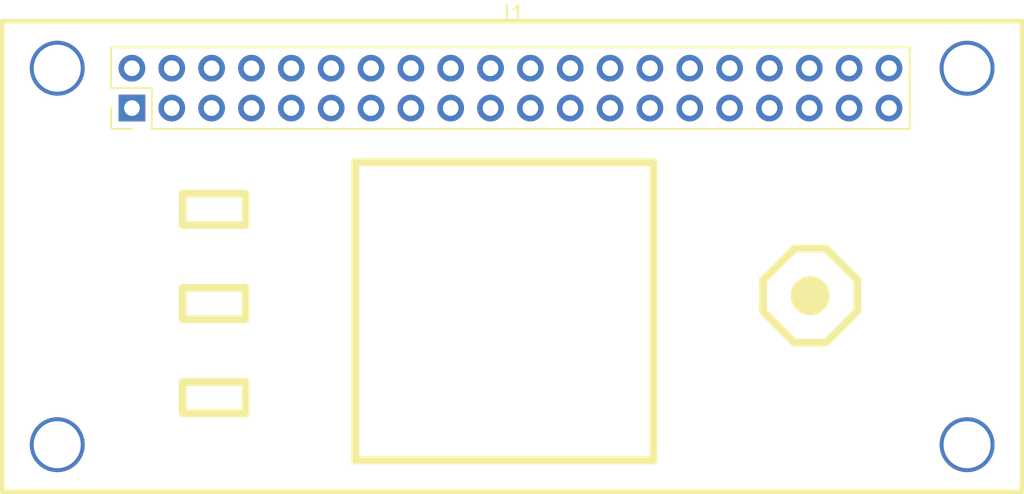
<source format=kicad_pcb>
(kicad_pcb (version 20221018) (generator pcbnew)
  (layers (0 "F.Cu" signal) (31 "B.Cu" signal) (34 "B.Paste" user) (35 "F.Paste" user) (36 "B.SilkS" user "B.Silkscreen") (37 "F.SilkS" user "F.Silkscreen") (38 "B.Mask" user) (39 "F.Mask" user) (44 "Edge.Cuts" user))
  (net 0 "")
  (footprint "seedsigner:WAVESHARE_LCD_BUTTON" (layer "F.Cu") (at 48 29.4)
    (fp_text reference "J1" (at 0 -15.5 unlocked) (layer "F.SilkS"))
    (fp_text value "RPi_Header_Modified")
    (fp_line (start -32.5 -15) (end -32.5 15) (stroke (width 0.3)) (layer "F.SilkS"))
    (fp_line (start -32.5 15) (end 32.5 15) (stroke (width 0.3)) (layer "F.SilkS"))
    (fp_line (start -25.57 -13.33) (end 25.35 -13.33) (stroke (width 0.12)) (layer "F.SilkS"))
    (fp_line (start -25.57 -10.73) (end -25.57 -13.33) (stroke (width 0.12)) (layer "F.SilkS"))
    (fp_line (start -25.57 -8.13) (end -25.57 -9.46) (stroke (width 0.12)) (layer "F.SilkS"))
    (fp_line (start -24.24 -8.13) (end -25.57 -8.13) (stroke (width 0.12)) (layer "F.SilkS"))
    (fp_line (start -22.97 -10.73) (end -25.57 -10.73) (stroke (width 0.12)) (layer "F.SilkS"))
    (fp_line (start -22.97 -8.13) (end -22.97 -10.73) (stroke (width 0.12)) (layer "F.SilkS"))
    (fp_line (start -22.97 -8.13) (end 25.35 -8.13) (stroke (width 0.12)) (layer "F.SilkS"))
    (fp_line (start -21 -4) (end -21 -2) (stroke (width 0.5)) (layer "F.SilkS"))
    (fp_line (start -21 -2) (end -17 -2) (stroke (width 0.5)) (layer "F.SilkS"))
    (fp_line (start -21 2) (end -21 4) (stroke (width 0.5)) (layer "F.SilkS"))
    (fp_line (start -21 4) (end -17 4) (stroke (width 0.5)) (layer "F.SilkS"))
    (fp_line (start -21 8) (end -21 10) (stroke (width 0.5)) (layer "F.SilkS"))
    (fp_line (start -21 10) (end -17 10) (stroke (width 0.5)) (layer "F.SilkS"))
    (fp_line (start -17 -4) (end -21 -4) (stroke (width 0.5)) (layer "F.SilkS"))
    (fp_line (start -17 -2) (end -17 -4) (stroke (width 0.5)) (layer "F.SilkS"))
    (fp_line (start -17 2) (end -21 2) (stroke (width 0.5)) (layer "F.SilkS"))
    (fp_line (start -17 4) (end -17 2) (stroke (width 0.5)) (layer "F.SilkS"))
    (fp_line (start -17 8) (end -21 8) (stroke (width 0.5)) (layer "F.SilkS"))
    (fp_line (start -17 10) (end -17 8) (stroke (width 0.5)) (layer "F.SilkS"))
    (fp_line (start -10 -6) (end -10 13) (stroke (width 0.5)) (layer "F.SilkS"))
    (fp_line (start -10 13) (end 9 13) (stroke (width 0.5)) (layer "F.SilkS"))
    (fp_line (start 9 -6) (end -10 -6) (stroke (width 0.5)) (layer "F.SilkS"))
    (fp_line (start 9 13) (end 9 -6) (stroke (width 0.5)) (layer "F.SilkS"))
    (fp_line (start 16 1.5) (end 16 3.5) (stroke (width 0.5)) (layer "F.SilkS"))
    (fp_line (start 16 3.5) (end 18 5.5) (stroke (width 0.5)) (layer "F.SilkS"))
    (fp_line (start 18 -0.5) (end 16 1.5) (stroke (width 0.5)) (layer "F.SilkS"))
    (fp_line (start 18 5.5) (end 20 5.5) (stroke (width 0.5)) (layer "F.SilkS"))
    (fp_line (start 20 -0.5) (end 18 -0.5) (stroke (width 0.5)) (layer "F.SilkS"))
    (fp_line (start 20 5.5) (end 22 3.5) (stroke (width 0.5)) (layer "F.SilkS"))
    (fp_line (start 22 1.5) (end 20 -0.5) (stroke (width 0.5)) (layer "F.SilkS"))
    (fp_line (start 22 3.5) (end 22 1.5) (stroke (width 0.5)) (layer "F.SilkS"))
    (fp_line (start 25.35 -8.13) (end 25.35 -13.33) (stroke (width 0.12)) (layer "F.SilkS"))
    (fp_line (start 32.5 -15) (end -32.5 -15) (stroke (width 0.3)) (layer "F.SilkS"))
    (fp_line (start 32.5 15) (end 32.5 -15) (stroke (width 0.3)) (layer "F.SilkS"))
    (fp_circle (center 19 2.5) (end 20 2.5) (stroke (width 0.5)) (fill solid) (layer "F.SilkS"))
    (pad "" np_thru_hole circle (at -29 -12) (size 3.5 3.5) (drill 3) (layers "F&B.Cu" "*.Mask"))
    (pad "" np_thru_hole circle (at -29 12) (size 3.5 3.5) (drill 3) (layers "F&B.Cu" "*.Mask"))
    (pad "" np_thru_hole circle (at 29 -12) (size 3.5 3.5) (drill 3) (layers "F&B.Cu" "*.Mask"))
    (pad "" np_thru_hole circle (at 29 12) (size 3.5 3.5) (drill 3) (layers "F&B.Cu" "*.Mask"))
    (pad "1" thru_hole rect (at -24.24 -9.46 90) (size 1.7 1.7) (drill 1) (layers "*.Cu" "*.Mask"))
    (pad "2" thru_hole oval (at -24.24 -12 90) (size 1.7 1.7) (drill 1) (layers "*.Cu" "*.Mask"))
    (pad "3" thru_hole oval (at -21.7 -9.46 90) (size 1.7 1.7) (drill 1) (layers "*.Cu" "*.Mask"))
    (pad "4" thru_hole oval (at -21.7 -12 90) (size 1.7 1.7) (drill 1) (layers "*.Cu" "*.Mask"))
    (pad "5" thru_hole oval (at -19.16 -9.46 90) (size 1.7 1.7) (drill 1) (layers "*.Cu" "*.Mask"))
    (pad "6" thru_hole oval (at -19.16 -12 90) (size 1.7 1.7) (drill 1) (layers "*.Cu" "*.Mask"))
    (pad "7" thru_hole oval (at -16.62 -9.46 90) (size 1.7 1.7) (drill 1) (layers "*.Cu" "*.Mask"))
    (pad "8" thru_hole oval (at -16.62 -12 90) (size 1.7 1.7) (drill 1) (layers "*.Cu" "*.Mask"))
    (pad "9" thru_hole oval (at -14.08 -9.46 90) (size 1.7 1.7) (drill 1) (layers "*.Cu" "*.Mask"))
    (pad "10" thru_hole oval (at -14.08 -12 90) (size 1.7 1.7) (drill 1) (layers "*.Cu" "*.Mask"))
    (pad "11" thru_hole oval (at -11.54 -9.46 90) (size 1.7 1.7) (drill 1) (layers "*.Cu" "*.Mask"))
    (pad "12" thru_hole oval (at -11.54 -12 90) (size 1.7 1.7) (drill 1) (layers "*.Cu" "*.Mask"))
    (pad "13" thru_hole oval (at -9 -9.46 90) (size 1.7 1.7) (drill 1) (layers "*.Cu" "*.Mask"))
    (pad "14" thru_hole oval (at -9 -12 90) (size 1.7 1.7) (drill 1) (layers "*.Cu" "*.Mask"))
    (pad "15" thru_hole oval (at -6.46 -9.46 90) (size 1.7 1.7) (drill 1) (layers "*.Cu" "*.Mask"))
    (pad "16" thru_hole oval (at -6.46 -12 90) (size 1.7 1.7) (drill 1) (layers "*.Cu" "*.Mask"))
    (pad "17" thru_hole oval (at -3.92 -9.46 90) (size 1.7 1.7) (drill 1) (layers "*.Cu" "*.Mask"))
    (pad "18" thru_hole oval (at -3.92 -12 90) (size 1.7 1.7) (drill 1) (layers "*.Cu" "*.Mask"))
    (pad "19" thru_hole oval (at -1.38 -9.46 90) (size 1.7 1.7) (drill 1) (layers "*.Cu" "*.Mask"))
    (pad "20" thru_hole oval (at -1.38 -12 270) (size 1.7 1.7) (drill 1) (layers "*.Cu" "*.Mask"))
    (pad "21" thru_hole oval (at 1.16 -9.46 90) (size 1.7 1.7) (drill 1) (layers "*.Cu" "*.Mask"))
    (pad "22" thru_hole oval (at 1.16 -12 90) (size 1.7 1.7) (drill 1) (layers "*.Cu" "*.Mask"))
    (pad "23" thru_hole oval (at 3.7 -9.46 90) (size 1.7 1.7) (drill 1) (layers "*.Cu" "*.Mask"))
    (pad "24" thru_hole oval (at 3.7 -12 90) (size 1.7 1.7) (drill 1) (layers "*.Cu" "*.Mask"))
    (pad "25" thru_hole oval (at 6.24 -9.46 90) (size 1.7 1.7) (drill 1) (layers "*.Cu" "*.Mask"))
    (pad "26" thru_hole oval (at 6.24 -12 90) (size 1.7 1.7) (drill 1) (layers "*.Cu" "*.Mask"))
    (pad "27" thru_hole oval (at 8.78 -9.46 90) (size 1.7 1.7) (drill 1) (layers "*.Cu" "*.Mask"))
    (pad "28" thru_hole oval (at 8.78 -12 90) (size 1.7 1.7) (drill 1) (layers "*.Cu" "*.Mask"))
    (pad "29" thru_hole oval (at 11.32 -9.46 90) (size 1.7 1.7) (drill 1) (layers "*.Cu" "*.Mask"))
    (pad "30" thru_hole oval (at 11.32 -12 90) (size 1.7 1.7) (drill 1) (layers "*.Cu" "*.Mask"))
    (pad "31" thru_hole oval (at 13.86 -9.46 90) (size 1.7 1.7) (drill 1) (layers "*.Cu" "*.Mask"))
    (pad "32" thru_hole oval (at 13.86 -12 90) (size 1.7 1.7) (drill 1) (layers "*.Cu" "*.Mask"))
    (pad "33" thru_hole oval (at 16.4 -9.46 90) (size 1.7 1.7) (drill 1) (layers "*.Cu" "*.Mask"))
    (pad "34" thru_hole oval (at 16.4 -12 90) (size 1.7 1.7) (drill 1) (layers "*.Cu" "*.Mask"))
    (pad "35" thru_hole oval (at 18.94 -9.46 90) (size 1.7 1.7) (drill 1) (layers "*.Cu" "*.Mask"))
    (pad "36" thru_hole oval (at 18.94 -12 90) (size 1.7 1.7) (drill 1) (layers "*.Cu" "*.Mask"))
    (pad "37" thru_hole oval (at 21.48 -9.46 90) (size 1.7 1.7) (drill 1) (layers "*.Cu" "*.Mask"))
    (pad "38" thru_hole oval (at 21.48 -12 90) (size 1.7 1.7) (drill 1) (layers "*.Cu" "*.Mask"))
    (pad "39" thru_hole oval (at 24.02 -9.46 90) (size 1.7 1.7) (drill 1) (layers "*.Cu" "*.Mask"))
    (pad "40" thru_hole oval (at 24.02 -12 90) (size 1.7 1.7) (drill 1) (layers "*.Cu" "*.Mask"))
  )
)
</source>
